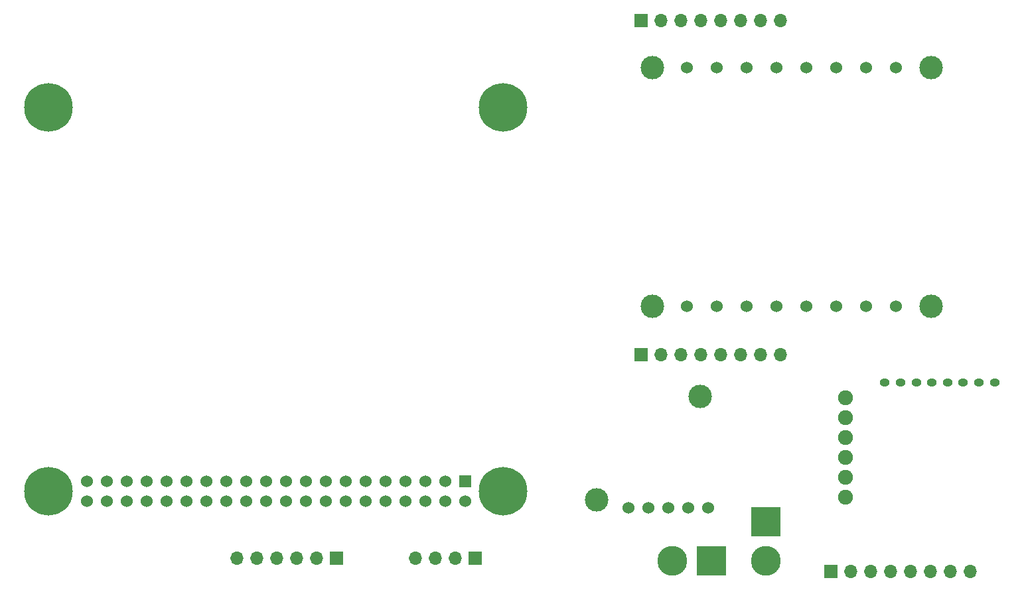
<source format=gbs>
G04 #@! TF.GenerationSoftware,KiCad,Pcbnew,(5.1.10)-1*
G04 #@! TF.CreationDate,2022-04-17T04:08:04-07:00*
G04 #@! TF.ProjectId,DevelopmentBoard,44657665-6c6f-4706-9d65-6e74426f6172,rev?*
G04 #@! TF.SameCoordinates,Original*
G04 #@! TF.FileFunction,Soldermask,Bot*
G04 #@! TF.FilePolarity,Negative*
%FSLAX46Y46*%
G04 Gerber Fmt 4.6, Leading zero omitted, Abs format (unit mm)*
G04 Created by KiCad (PCBNEW (5.1.10)-1) date 2022-04-17 04:08:04*
%MOMM*%
%LPD*%
G01*
G04 APERTURE LIST*
%ADD10C,1.524000*%
%ADD11R,1.524000X1.524000*%
%ADD12C,6.200000*%
%ADD13C,3.000000*%
%ADD14O,1.700000X1.700000*%
%ADD15R,1.700000X1.700000*%
%ADD16C,1.900000*%
%ADD17O,1.270000X1.000000*%
%ADD18C,3.800000*%
%ADD19R,3.800000X3.800000*%
G04 APERTURE END LIST*
D10*
X104613500Y-126633500D03*
X107153500Y-126633500D03*
X109693500Y-126633500D03*
X112233500Y-126633500D03*
X114773500Y-126633500D03*
X117313500Y-126633500D03*
X104613500Y-124093500D03*
X107153500Y-124093500D03*
X109693500Y-124093500D03*
X112233500Y-124093500D03*
X114773500Y-124093500D03*
X117313500Y-124093500D03*
X119853500Y-126633500D03*
X119853500Y-124093500D03*
X122393500Y-126633500D03*
X124933500Y-126633500D03*
X127473500Y-126633500D03*
X130013500Y-126633500D03*
X132553500Y-126633500D03*
X135093500Y-126633500D03*
X122393500Y-124093500D03*
X124933500Y-124093500D03*
X127473500Y-124093500D03*
X130013500Y-124093500D03*
X132553500Y-124093500D03*
X135093500Y-124093500D03*
X137633500Y-126633500D03*
X137633500Y-124093500D03*
X140173500Y-126633500D03*
X142713500Y-126633500D03*
X145253500Y-126633500D03*
X147793500Y-126633500D03*
X150333500Y-126633500D03*
X152873500Y-126633500D03*
X140173500Y-124093500D03*
X142713500Y-124093500D03*
X145253500Y-124093500D03*
X147793500Y-124093500D03*
X150333500Y-124093500D03*
D11*
X152873500Y-124093500D03*
D12*
X157743500Y-125363500D03*
X99743500Y-125363500D03*
X99743500Y-76363500D03*
X157743500Y-76363500D03*
D10*
X196436000Y-71316000D03*
X188816000Y-71316000D03*
X185006000Y-71316000D03*
X200246000Y-71316000D03*
X204056000Y-71316000D03*
X192626000Y-71316000D03*
X181196000Y-71316000D03*
X207866000Y-71316000D03*
X207866000Y-101796000D03*
X204056000Y-101796000D03*
X200246000Y-101796000D03*
X196436000Y-101796000D03*
X181196000Y-101796000D03*
X185006000Y-101796000D03*
X188816000Y-101796000D03*
X192626000Y-101796000D03*
D13*
X212311000Y-71316000D03*
X212311000Y-101796000D03*
X176751000Y-101796000D03*
X176751000Y-71316000D03*
D14*
X193096000Y-107906000D03*
X190556000Y-107906000D03*
X188016000Y-107906000D03*
X185476000Y-107906000D03*
X182936000Y-107906000D03*
X180396000Y-107906000D03*
X177856000Y-107906000D03*
D15*
X175316000Y-107906000D03*
D16*
X201386000Y-115956000D03*
D17*
X218416000Y-111506000D03*
D16*
X201386000Y-121036000D03*
X201386000Y-126116000D03*
D17*
X220416000Y-111506000D03*
D16*
X201386000Y-123576000D03*
D17*
X214416000Y-111506000D03*
D16*
X201386000Y-118496000D03*
X201386000Y-113416000D03*
D17*
X216416000Y-111506000D03*
X206416000Y-111506000D03*
X210416000Y-111506000D03*
X208416000Y-111506000D03*
X212416000Y-111506000D03*
D15*
X154186000Y-133906000D03*
D14*
X151646000Y-133906000D03*
X149106000Y-133906000D03*
X146566000Y-133906000D03*
D13*
X182866000Y-113256000D03*
D10*
X178806000Y-127476000D03*
X181346000Y-127476000D03*
X183896000Y-127486000D03*
X176266000Y-127476000D03*
X173726000Y-127476000D03*
D13*
X169666000Y-126456000D03*
D15*
X199566000Y-135606000D03*
D14*
X202106000Y-135606000D03*
X204646000Y-135606000D03*
X207186000Y-135606000D03*
X209726000Y-135606000D03*
X212266000Y-135606000D03*
X214806000Y-135606000D03*
X217346000Y-135606000D03*
D15*
X136436000Y-133956000D03*
D14*
X133896000Y-133956000D03*
X131356000Y-133956000D03*
X128816000Y-133956000D03*
X126276000Y-133956000D03*
X123736000Y-133956000D03*
D18*
X191266000Y-134306000D03*
D19*
X191266000Y-129306000D03*
X184266000Y-134306000D03*
D18*
X179266000Y-134306000D03*
D15*
X175336000Y-65306000D03*
D14*
X177876000Y-65306000D03*
X180416000Y-65306000D03*
X182956000Y-65306000D03*
X185496000Y-65306000D03*
X188036000Y-65306000D03*
X190576000Y-65306000D03*
X193116000Y-65306000D03*
M02*

</source>
